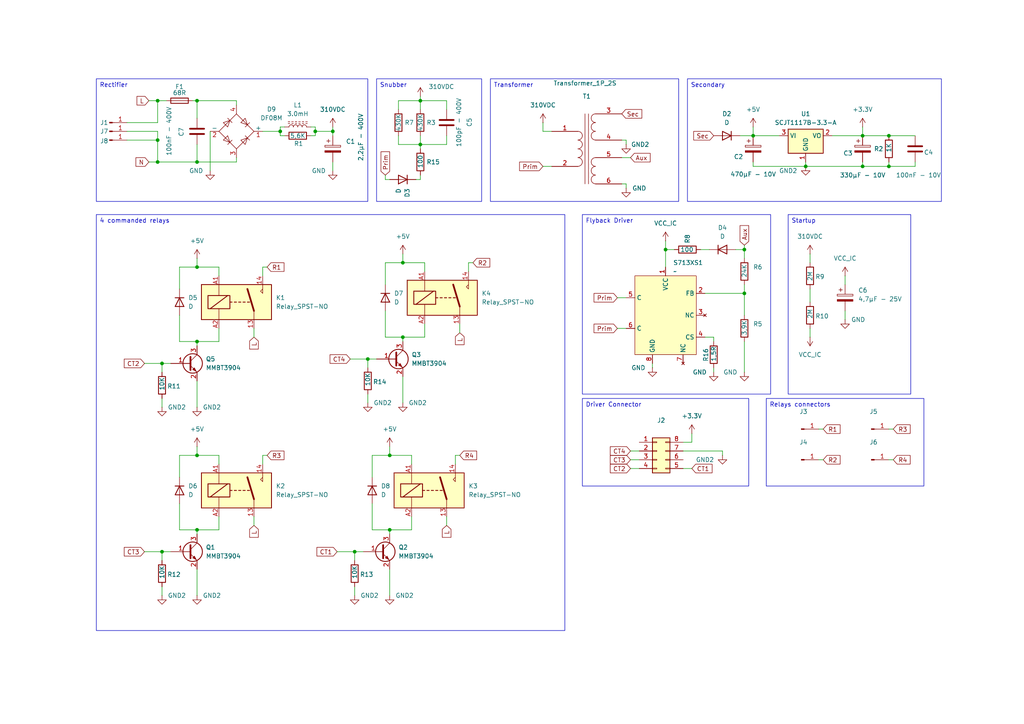
<source format=kicad_sch>
(kicad_sch (version 20231120) (generator "eeschema") (generator_version "8.0")
  (paper "A4")
  (lib_symbols
    (symbol "Connector:Conn_01x01_Pin" (pin_names (offset 1.016) hide)
      (property "Reference" "J" (at 0 2.54 0))
      (property "Value" "Conn_01x01_Pin" (at 0 -2.54 0))
      (symbol "Conn_01x01_Pin_1_1"
        (pin passive line (at 5.08 0 180) (length 3.81) (name "Pin_1") (number "1"))
      )
    )
    (symbol "Connector_Generic:Conn_02x04_Counter_Clockwise" (pin_names (offset 1.016) hide)
      (property "Reference" "J" (at 1.27 5.08 0))
      (property "Value" "Conn_02x04_Counter_Clockwise" (at 1.27 -7.62 0))
      (symbol "Conn_02x04_Counter_Clockwise_1_1"
        (pin passive line (at -5.08 2.54 0) (length 3.81) (name "Pin_1") (number "1"))
        (pin passive line (at -5.08 0 0) (length 3.81) (name "Pin_2") (number "2"))
        (pin passive line (at -5.08 -2.54 0) (length 3.81) (name "Pin_3") (number "3"))
        (pin passive line (at -5.08 -5.08 0) (length 3.81) (name "Pin_4") (number "4"))
        (pin passive line (at 7.62 -5.08 180) (length 3.81) (name "Pin_5") (number "5"))
        (pin passive line (at 7.62 -2.54 180) (length 3.81) (name "Pin_6") (number "6"))
        (pin passive line (at 7.62 0 180) (length 3.81) (name "Pin_7") (number "7"))
        (pin passive line (at 7.62 2.54 180) (length 3.81) (name "Pin_8") (number "8"))
      )
    )
    (symbol "Device:C" (pin_numbers hide) (pin_names (offset 0.254))
      (property "Reference" "C" (at 0.635 2.54 0))
      (property "Value" "C" (at 0.635 -2.54 0))
      (symbol "C_1_1"
        (pin passive line (at 0 3.81 270) (length 2.794) (name "~") (number "1"))
        (pin passive line (at 0 -3.81 90) (length 2.794) (name "~") (number "2"))
      )
    )
    (symbol "Device:C_Polarized" (pin_numbers hide) (pin_names (offset 0.254))
      (property "Reference" "C" (at 0.635 2.54 0))
      (property "Value" "C_Polarized" (at 0.635 -2.54 0))
      (symbol "C_Polarized_1_1"
        (pin passive line (at 0 3.81 270) (length 2.794) (name "~") (number "1"))
        (pin passive line (at 0 -3.81 90) (length 2.794) (name "~") (number "2"))
      )
    )
    (symbol "Device:D" (pin_numbers hide) (pin_names (offset 1.016) hide)
      (property "Reference" "D" (at 0 2.54 0))
      (property "Value" "D" (at 0 -2.54 0))
      (symbol "D_1_1"
        (pin passive line (at -3.81 0 0) (length 2.54) (name "K") (number "1"))
        (pin passive line (at 3.81 0 180) (length 2.54) (name "A") (number "2"))
      )
    )
    (symbol "Device:Fuse" (pin_numbers hide) (pin_names (offset 0))
      (property "Reference" "F" (at 2.032 0 90))
      (property "Value" "Fuse" (at -1.905 0 90))
      (symbol "Fuse_1_1"
        (pin passive line (at 0 3.81 270) (length 1.27) (name "~") (number "1"))
        (pin passive line (at 0 -3.81 90) (length 1.27) (name "~") (number "2"))
      )
    )
    (symbol "Device:L_Ferrite" (pin_numbers hide) (pin_names (offset 1.016) hide)
      (property "Reference" "L" (at -1.27 0 90))
      (property "Value" "L_Ferrite" (at 2.794 0 90))
      (symbol "L_Ferrite_1_1"
        (pin passive line (at 0 3.81 270) (length 1.27) (name "1") (number "1"))
        (pin passive line (at 0 -3.81 90) (length 1.27) (name "2") (number "2"))
      )
    )
    (symbol "Device:R" (pin_numbers hide) (pin_names (offset 0))
      (property "Reference" "R" (at 2.032 0 90))
      (property "Value" "R" (at 0 0 90))
      (symbol "R_1_1"
        (pin passive line (at 0 3.81 270) (length 1.27) (name "~") (number "1"))
        (pin passive line (at 0 -3.81 90) (length 1.27) (name "~") (number "2"))
      )
    )
    (symbol "Device:Transformer_1P_2S" (pin_names (offset 1.016) hide)
      (property "Reference" "T" (at 0 12.7 0))
      (property "Value" "Transformer_1P_2S" (at 0 -12.7 0))
      (symbol "Transformer_1P_2S_1_1"
        (pin passive line (at -10.16 5.08 0) (length 7.62) (name "AA") (number "1"))
        (pin passive line (at -10.16 -5.08 0) (length 7.62) (name "AB") (number "2"))
        (pin passive line (at 10.16 10.16 180) (length 7.62) (name "SA") (number "3"))
        (pin passive line (at 10.16 2.54 180) (length 7.62) (name "SB") (number "4"))
        (pin passive line (at 10.16 -2.54 180) (length 7.62) (name "SC") (number "5"))
        (pin passive line (at 10.16 -10.16 180) (length 7.62) (name "SD") (number "6"))
      )
    )
    (symbol "Diode_Bridge:DF08M" (pin_names (offset 0))
      (property "Reference" "D" (at 2.54 6.985 0))
      (property "Value" "DF08M" (at 2.54 5.08 0))
      (symbol "DF08M_1_1"
        (pin passive line (at 7.62 0 180) (length 2.54) (name "+") (number "1"))
        (pin passive line (at -7.62 0 0) (length 2.54) (name "-") (number "2"))
        (pin passive line (at 0 -7.62 90) (length 2.54) (name "~") (number "3"))
        (pin passive line (at 0 7.62 270) (length 2.54) (name "~") (number "4"))
      )
    )
    (symbol "Regulator_Linear:AMS1117-3.3"
      (property "Reference" "U" (at -3.81 3.175 0))
      (property "Value" "AMS1117-3.3" (at 0 3.175 0))
      (symbol "AMS1117-3.3_1_1"
        (pin power_in line (at 0 -7.62 90) (length 2.54) (name "GND") (number "1"))
        (pin power_out line (at 7.62 0 180) (length 2.54) (name "VO") (number "2"))
        (pin power_in line (at -7.62 0 0) (length 2.54) (name "VI") (number "3"))
      )
    )
    (symbol "Relay:Relay_SPST-NO"
      (property "Reference" "K" (at 11.43 3.81 0))
      (property "Value" "Relay_SPST-NO" (at 11.43 1.27 0))
      (symbol "Relay_SPST-NO_1_1"
        (pin passive line (at 5.08 -7.62 90) (length 2.54) (name "~") (number "13"))
        (pin passive line (at 7.62 7.62 270) (length 2.54) (name "~") (number "14"))
        (pin passive line (at -5.08 7.62 270) (length 2.54) (name "~") (number "A1"))
        (pin passive line (at -5.08 -7.62 90) (length 2.54) (name "~") (number "A2"))
      )
    )
    (symbol "S7133S_1"
      (property "Reference" "S713XS" (at 5.334 13.462 0))
      (symbol "S7133S_1_1_1"
        (pin input line (at 0 13.97 270) (length 2.54) (name "VCC") (number "1"))
        (pin input line (at 11.43 6.35 180) (length 2.54) (name "FB") (number "2"))
        (pin no_connect line (at 11.43 0 180) (length 2.54) (name "NC") (number "3"))
        (pin input line (at 11.43 -6.35 180) (length 2.54) (name "CS") (number "4"))
        (pin input line (at -11.43 5.08 0) (length 2.54) (name "C") (number "5"))
        (pin input line (at -11.43 -3.81 0) (length 2.54) (name "C") (number "6"))
        (pin no_connect line (at 5.08 -13.97 90) (length 2.54) (name "NC") (number "7"))
        (pin input line (at -3.81 -13.97 90) (length 2.54) (name "GND") (number "8"))
      )
    )
    (symbol "Transistor_BJT:MMBT3904" (pin_names (offset 0) hide)
      (property "Reference" "Q" (at 5.08 1.905 0))
      (property "Value" "MMBT3904" (at 5.08 0 0))
      (symbol "MMBT3904_1_1"
        (pin input line (at -5.08 0 0) (length 5.715) (name "B") (number "1"))
        (pin passive line (at 2.54 -5.08 90) (length 2.54) (name "E") (number "2"))
        (pin passive line (at 2.54 5.08 270) (length 2.54) (name "C") (number "3"))
      )
    )
    (symbol "power:+3.3V" (power) (pin_numbers hide) (pin_names (offset 0) hide)
      (property "Value" "+3.3V" (at 0 3.556 0))
      (symbol "+3.3V_1_1"
        (pin power_in line (at 0 0 90) (length 0) (name "~") (number "1"))
      )
    )
    (symbol "power:+5V" (power) (pin_numbers hide) (pin_names (offset 0) hide)
      (property "Value" "+5V" (at 0 3.556 0))
      (symbol "+5V_1_1"
        (pin power_in line (at 0 0 90) (length 0) (name "~") (number "1"))
      )
    )
    (symbol "power:GND" (power) (pin_numbers hide) (pin_names (offset 0) hide)
      (property "Value" "GND" (at 0 -3.81 0))
      (symbol "GND_1_1"
        (pin power_in line (at 0 0 270) (length 0) (name "~") (number "1"))
      )
    )
    (symbol "power:GND2" (power) (pin_numbers hide) (pin_names (offset 0) hide)
      (property "Value" "GND2" (at 0 -3.81 0))
      (symbol "GND2_1_1"
        (pin power_in line (at 0 0 270) (length 0) (name "~") (number "1"))
      )
    )
    (symbol "power:VCC" (power) (pin_numbers hide) (pin_names (offset 0) hide)
      (property "Value" "VCC" (at 0 3.556 0))
      (symbol "VCC_1_1"
        (pin power_in line (at 0 0 90) (length 0) (name "~") (number "1"))
      )
    )
  )
  (junction (at 46.99 160.02))
  (junction (at 96.52 38.1))
  (junction (at 45.72 46.99))
  (junction (at 113.03 153.67))
  (junction (at 81.28 38.1))
  (junction (at 116.84 76.2))
  (junction (at 215.9 85.09))
  (junction (at 106.68 104.14))
  (junction (at 45.72 40.64))
  (junction (at 257.81 39.37))
  (junction (at 57.15 153.67))
  (junction (at 46.99 105.41))
  (junction (at 116.84 97.79))
  (junction (at 233.68 48.26))
  (junction (at 250.19 39.37))
  (junction (at 193.04 72.39))
  (junction (at 121.92 41.91))
  (junction (at 102.87 160.02))
  (junction (at 113.03 132.08))
  (junction (at 45.72 29.21))
  (junction (at 250.19 48.26))
  (junction (at 57.15 132.08))
  (junction (at 57.15 99.06))
  (junction (at 91.44 38.1))
  (junction (at 57.15 77.47))
  (junction (at 57.15 29.21))
  (junction (at 218.44 39.37))
  (junction (at 215.9 72.39))
  (junction (at 121.92 29.21))
  (junction (at 57.15 46.99))
  (junction (at 257.81 48.26))
  (wire (pts (xy 81.28 38.1) (xy 81.28 39.37)))
  (wire (pts (xy 218.44 36.83) (xy 218.44 39.37)))
  (wire (pts (xy 43.18 46.99) (xy 45.72 46.99)))
  (wire (pts (xy 179.07 86.36) (xy 181.61 86.36)))
  (wire (pts (xy 76.2 77.47) (xy 77.47 77.47)))
  (wire (pts (xy 76.2 134.62) (xy 76.2 132.08)))
  (wire (pts (xy 116.84 73.66) (xy 116.84 76.2)))
  (wire (pts (xy 52.07 83.82) (xy 52.07 77.47)))
  (wire (pts (xy 234.95 95.25) (xy 234.95 97.79)))
  (wire (pts (xy 46.99 162.56) (xy 46.99 160.02)))
  (wire (pts (xy 129.54 29.21) (xy 129.54 31.75)))
  (wire (pts (xy 200.66 125.73) (xy 200.66 128.27)))
  (wire (pts (xy 250.19 36.83) (xy 250.19 39.37)))
  (wire (pts (xy 121.92 41.91) (xy 115.57 41.91)))
  (wire (pts (xy 102.87 162.56) (xy 102.87 160.02)))
  (wire (pts (xy 46.99 107.95) (xy 46.99 105.41)))
  (wire (pts (xy 57.15 74.93) (xy 57.15 77.47)))
  (wire (pts (xy 46.99 105.41) (xy 49.53 105.41)))
  (wire (pts (xy 63.5 149.86) (xy 63.5 153.67)))
  (wire (pts (xy 203.2 72.39) (xy 205.74 72.39)))
  (wire (pts (xy 265.43 48.26) (xy 265.43 46.99)))
  (wire (pts (xy 121.92 50.8) (xy 121.92 52.07)))
  (wire (pts (xy 63.5 77.47) (xy 63.5 80.01)))
  (wire (pts (xy 102.87 170.18) (xy 102.87 172.72)))
  (wire (pts (xy 257.81 48.26) (xy 257.81 46.99)))
  (wire (pts (xy 113.03 153.67) (xy 113.03 154.94)))
  (wire (pts (xy 215.9 85.09) (xy 215.9 91.44)))
  (wire (pts (xy 102.87 160.02) (xy 105.41 160.02)))
  (wire (pts (xy 63.5 95.25) (xy 63.5 99.06)))
  (wire (pts (xy 234.95 83.82) (xy 234.95 87.63)))
  (wire (pts (xy 180.34 53.34) (xy 181.61 53.34)))
  (wire (pts (xy 123.19 97.79) (xy 116.84 97.79)))
  (wire (pts (xy 218.44 48.26) (xy 218.44 46.99)))
  (wire (pts (xy 45.72 29.21) (xy 45.72 35.56)))
  (wire (pts (xy 52.07 153.67) (xy 52.07 146.05)))
  (wire (pts (xy 36.83 35.56) (xy 45.72 35.56)))
  (wire (pts (xy 68.58 29.21) (xy 68.58 30.48)))
  (wire (pts (xy 189.23 105.41) (xy 189.23 106.68)))
  (wire (pts (xy 81.28 36.83) (xy 82.55 36.83)))
  (wire (pts (xy 207.01 106.68) (xy 207.01 107.95)))
  (wire (pts (xy 46.99 160.02) (xy 49.53 160.02)))
  (wire (pts (xy 237.49 124.46) (xy 238.76 124.46)))
  (wire (pts (xy 132.08 134.62) (xy 132.08 132.08)))
  (wire (pts (xy 182.88 135.89) (xy 185.42 135.89)))
  (wire (pts (xy 182.88 133.35) (xy 185.42 133.35)))
  (wire (pts (xy 113.03 165.1) (xy 113.03 172.72)))
  (wire (pts (xy 113.03 132.08) (xy 119.38 132.08)))
  (wire (pts (xy 107.95 153.67) (xy 107.95 146.05)))
  (wire (pts (xy 111.76 82.55) (xy 111.76 76.2)))
  (wire (pts (xy 245.11 80.01) (xy 245.11 82.55)))
  (wire (pts (xy 52.07 138.43) (xy 52.07 132.08)))
  (wire (pts (xy 116.84 109.22) (xy 116.84 116.84)))
  (wire (pts (xy 106.68 104.14) (xy 109.22 104.14)))
  (wire (pts (xy 135.89 78.74) (xy 135.89 76.2)))
  (wire (pts (xy 218.44 39.37) (xy 226.06 39.37)))
  (wire (pts (xy 76.2 80.01) (xy 76.2 77.47)))
  (wire (pts (xy 215.9 72.39) (xy 215.9 74.93)))
  (wire (pts (xy 43.18 29.21) (xy 45.72 29.21)))
  (wire (pts (xy 121.92 31.75) (xy 121.92 29.21)))
  (wire (pts (xy 91.44 39.37) (xy 90.17 39.37)))
  (wire (pts (xy 215.9 99.06) (xy 215.9 107.95)))
  (wire (pts (xy 91.44 38.1) (xy 96.52 38.1)))
  (wire (pts (xy 116.84 76.2) (xy 123.19 76.2)))
  (wire (pts (xy 91.44 36.83) (xy 91.44 38.1)))
  (wire (pts (xy 193.04 72.39) (xy 193.04 77.47)))
  (wire (pts (xy 250.19 39.37) (xy 257.81 39.37)))
  (wire (pts (xy 106.68 114.3) (xy 106.68 116.84)))
  (wire (pts (xy 90.17 36.83) (xy 91.44 36.83)))
  (wire (pts (xy 107.95 138.43) (xy 107.95 132.08)))
  (wire (pts (xy 204.47 97.79) (xy 207.01 97.79)))
  (wire (pts (xy 215.9 82.55) (xy 215.9 85.09)))
  (wire (pts (xy 193.04 72.39) (xy 195.58 72.39)))
  (wire (pts (xy 257.81 48.26) (xy 265.43 48.26)))
  (wire (pts (xy 119.38 149.86) (xy 119.38 153.67)))
  (wire (pts (xy 129.54 149.86) (xy 129.54 152.4)))
  (wire (pts (xy 121.92 27.94) (xy 121.92 29.21)))
  (wire (pts (xy 45.72 38.1) (xy 45.72 40.64)))
  (wire (pts (xy 179.07 95.25) (xy 181.61 95.25)))
  (wire (pts (xy 209.55 130.81) (xy 209.55 132.08)))
  (wire (pts (xy 116.84 97.79) (xy 111.76 97.79)))
  (wire (pts (xy 73.66 95.25) (xy 73.66 97.79)))
  (wire (pts (xy 63.5 99.06) (xy 57.15 99.06)))
  (wire (pts (xy 250.19 48.26) (xy 257.81 48.26)))
  (wire (pts (xy 111.76 52.07) (xy 113.03 52.07)))
  (wire (pts (xy 213.36 72.39) (xy 215.9 72.39)))
  (wire (pts (xy 57.15 99.06) (xy 52.07 99.06)))
  (wire (pts (xy 57.15 132.08) (xy 63.5 132.08)))
  (wire (pts (xy 215.9 71.12) (xy 215.9 72.39)))
  (wire (pts (xy 198.12 135.89) (xy 200.66 135.89)))
  (wire (pts (xy 111.76 76.2) (xy 116.84 76.2)))
  (wire (pts (xy 257.81 39.37) (xy 265.43 39.37)))
  (wire (pts (xy 57.15 29.21) (xy 68.58 29.21)))
  (wire (pts (xy 132.08 132.08) (xy 133.35 132.08)))
  (wire (pts (xy 115.57 29.21) (xy 121.92 29.21)))
  (wire (pts (xy 121.92 41.91) (xy 129.54 41.91)))
  (wire (pts (xy 45.72 40.64) (xy 45.72 46.99)))
  (wire (pts (xy 237.49 133.35) (xy 238.76 133.35)))
  (wire (pts (xy 57.15 153.67) (xy 57.15 154.94)))
  (wire (pts (xy 68.58 46.99) (xy 68.58 45.72)))
  (wire (pts (xy 157.48 48.26) (xy 160.02 48.26)))
  (wire (pts (xy 36.83 40.64) (xy 45.72 40.64)))
  (wire (pts (xy 111.76 97.79) (xy 111.76 90.17)))
  (wire (pts (xy 113.03 129.54) (xy 113.03 132.08)))
  (wire (pts (xy 121.92 39.37) (xy 121.92 41.91)))
  (wire (pts (xy 76.2 38.1) (xy 81.28 38.1)))
  (wire (pts (xy 52.07 132.08) (xy 57.15 132.08)))
  (wire (pts (xy 129.54 39.37) (xy 129.54 41.91)))
  (wire (pts (xy 241.3 39.37) (xy 250.19 39.37)))
  (wire (pts (xy 111.76 52.07) (xy 111.76 50.8)))
  (wire (pts (xy 115.57 31.75) (xy 115.57 29.21)))
  (wire (pts (xy 101.6 104.14) (xy 106.68 104.14)))
  (wire (pts (xy 214.63 39.37) (xy 218.44 39.37)))
  (wire (pts (xy 250.19 48.26) (xy 250.19 46.99)))
  (wire (pts (xy 198.12 130.81) (xy 209.55 130.81)))
  (wire (pts (xy 233.68 48.26) (xy 250.19 48.26)))
  (wire (pts (xy 121.92 52.07) (xy 120.65 52.07)))
  (wire (pts (xy 157.48 35.56) (xy 157.48 38.1)))
  (wire (pts (xy 106.68 106.68) (xy 106.68 104.14)))
  (wire (pts (xy 119.38 132.08) (xy 119.38 134.62)))
  (wire (pts (xy 48.26 29.21) (xy 45.72 29.21)))
  (wire (pts (xy 157.48 38.1) (xy 160.02 38.1)))
  (wire (pts (xy 182.88 130.81) (xy 185.42 130.81)))
  (wire (pts (xy 207.01 97.79) (xy 207.01 99.06)))
  (wire (pts (xy 96.52 39.37) (xy 96.52 38.1)))
  (wire (pts (xy 55.88 29.21) (xy 57.15 29.21)))
  (wire (pts (xy 57.15 29.21) (xy 57.15 34.29)))
  (wire (pts (xy 257.81 133.35) (xy 259.08 133.35)))
  (wire (pts (xy 57.15 153.67) (xy 52.07 153.67)))
  (wire (pts (xy 218.44 48.26) (xy 233.68 48.26)))
  (wire (pts (xy 46.99 170.18) (xy 46.99 172.72)))
  (wire (pts (xy 96.52 36.83) (xy 96.52 38.1)))
  (wire (pts (xy 233.68 48.26) (xy 233.68 46.99)))
  (wire (pts (xy 200.66 128.27) (xy 198.12 128.27)))
  (wire (pts (xy 181.61 53.34) (xy 181.61 54.61)))
  (wire (pts (xy 36.83 38.1) (xy 45.72 38.1)))
  (wire (pts (xy 52.07 77.47) (xy 57.15 77.47)))
  (wire (pts (xy 46.99 115.57) (xy 46.99 118.11)))
  (wire (pts (xy 57.15 77.47) (xy 63.5 77.47)))
  (wire (pts (xy 57.15 41.91) (xy 57.15 46.99)))
  (wire (pts (xy 96.52 49.53) (xy 96.52 46.99)))
  (wire (pts (xy 97.79 160.02) (xy 102.87 160.02)))
  (wire (pts (xy 57.15 99.06) (xy 57.15 100.33)))
  (wire (pts (xy 57.15 165.1) (xy 57.15 172.72)))
  (wire (pts (xy 121.92 41.91) (xy 121.92 43.18)))
  (wire (pts (xy 41.91 160.02) (xy 46.99 160.02)))
  (wire (pts (xy 123.19 93.98) (xy 123.19 97.79)))
  (wire (pts (xy 133.35 93.98) (xy 133.35 96.52)))
  (wire (pts (xy 81.28 38.1) (xy 81.28 36.83)))
  (wire (pts (xy 115.57 41.91) (xy 115.57 39.37)))
  (wire (pts (xy 91.44 38.1) (xy 91.44 39.37)))
  (wire (pts (xy 204.47 85.09) (xy 215.9 85.09)))
  (wire (pts (xy 113.03 153.67) (xy 107.95 153.67)))
  (wire (pts (xy 181.61 40.64) (xy 181.61 41.91)))
  (wire (pts (xy 52.07 99.06) (xy 52.07 91.44)))
  (wire (pts (xy 180.34 40.64) (xy 181.61 40.64)))
  (wire (pts (xy 76.2 132.08) (xy 77.47 132.08)))
  (wire (pts (xy 45.72 46.99) (xy 57.15 46.99)))
  (wire (pts (xy 57.15 46.99) (xy 68.58 46.99)))
  (wire (pts (xy 116.84 97.79) (xy 116.84 99.06)))
  (wire (pts (xy 119.38 153.67) (xy 113.03 153.67)))
  (wire (pts (xy 193.04 69.85) (xy 193.04 72.39)))
  (wire (pts (xy 123.19 76.2) (xy 123.19 78.74)))
  (wire (pts (xy 180.34 45.72) (xy 182.88 45.72)))
  (wire (pts (xy 135.89 76.2) (xy 137.16 76.2)))
  (wire (pts (xy 257.81 124.46) (xy 259.08 124.46)))
  (wire (pts (xy 41.91 105.41) (xy 46.99 105.41)))
  (wire (pts (xy 57.15 129.54) (xy 57.15 132.08)))
  (wire (pts (xy 60.96 49.53) (xy 60.96 38.1)))
  (wire (pts (xy 82.55 39.37) (xy 81.28 39.37)))
  (wire (pts (xy 63.5 132.08) (xy 63.5 134.62)))
  (wire (pts (xy 107.95 132.08) (xy 113.03 132.08)))
  (wire (pts (xy 234.95 73.66) (xy 234.95 76.2)))
  (wire (pts (xy 63.5 153.67) (xy 57.15 153.67)))
  (wire (pts (xy 245.11 90.17) (xy 245.11 92.71)))
  (wire (pts (xy 121.92 29.21) (xy 129.54 29.21)))
  (wire (pts (xy 57.15 110.49) (xy 57.15 118.11)))
  (wire (pts (xy 73.66 149.86) (xy 73.66 152.4)))
  (text_box "Transformer" (at 142.24 22.86 0) (size 54.61 35.56) (effects (font (size 1.27 1.27)) (justify left top)))
  (text_box "Snubber\n" (at 109.22 22.86 0) (size 30.48 35.56) (effects (font (size 1.27 1.27)) (justify left top)))
  (text_box "Startup\n" (at 228.6 62.23 0) (size 35.56 52.07) (effects (font (size 1.27 1.27)) (justify left top)))
  (text_box "4 commanded relays\n" (at 27.94 62.23 0) (size 135.89 120.65) (effects (font (size 1.27 1.27)) (justify left top)))
  (text_box "Relays connectors\n" (at 222.25 115.57 0) (size 45.72 25.4) (effects (font (size 1.27 1.27)) (justify left top)))
  (text_box "Driver Connector\n" (at 168.91 115.57 0) (size 48.26 25.4) (effects (font (size 1.27 1.27)) (justify left top)))
  (text_box "Rectifier\n" (at 27.94 22.86 0) (size 78.74 35.56) (effects (font (size 1.27 1.27)) (justify left top)))
  (text_box "Secondary\n" (at 199.39 22.86 0) (size 73.66 35.56) (effects (font (size 1.27 1.27)) (justify left top)))
  (text_box "Flyback Driver\n" (at 168.91 62.23 0) (size 54.61 52.07) (effects (font (size 1.27 1.27)) (justify left top)))
  (global_label "CT2" (shape input) (at 182.88 135.89 180) (property "Intersheetrefs" "${INTERSHEET_REFS}" (effects (hide yes))))
  (global_label "Aux" (shape input) (at 215.9 71.12 90) (property "Intersheetrefs" "${INTERSHEET_REFS}" (effects (hide yes))))
  (global_label "R1" (shape input) (at 77.47 77.47 0) (property "Intersheetrefs" "${INTERSHEET_REFS}" (effects (hide yes))))
  (global_label "L" (shape input) (at 43.18 29.21 180) (property "Intersheetrefs" "${INTERSHEET_REFS}" (effects (hide yes))))
  (global_label "Prim" (shape input) (at 179.07 95.25 180) (property "Intersheetrefs" "${INTERSHEET_REFS}" (effects (hide yes))))
  (global_label "L" (shape input) (at 73.66 152.4 270) (property "Intersheetrefs" "${INTERSHEET_REFS}" (effects (hide yes))))
  (global_label "Prim" (shape input) (at 111.76 50.8 90) (property "Intersheetrefs" "${INTERSHEET_REFS}" (effects (hide yes))))
  (global_label "N" (shape input) (at 43.18 46.99 180) (property "Intersheetrefs" "${INTERSHEET_REFS}" (effects (hide yes))))
  (global_label "R1" (shape input) (at 238.76 124.46 0) (property "Intersheetrefs" "${INTERSHEET_REFS}" (effects (hide yes))))
  (global_label "L" (shape input) (at 73.66 97.79 270) (property "Intersheetrefs" "${INTERSHEET_REFS}" (effects (hide yes))))
  (global_label "CT1" (shape input) (at 200.66 135.89 0) (property "Intersheetrefs" "${INTERSHEET_REFS}" (effects (hide yes))))
  (global_label "R4" (shape input) (at 133.35 132.08 0) (property "Intersheetrefs" "${INTERSHEET_REFS}" (effects (hide yes))))
  (global_label "Aux" (shape input) (at 182.88 45.72 0) (property "Intersheetrefs" "${INTERSHEET_REFS}" (effects (hide yes))))
  (global_label "R2" (shape input) (at 137.16 76.2 0) (property "Intersheetrefs" "${INTERSHEET_REFS}" (effects (hide yes))))
  (global_label "R3" (shape input) (at 259.08 124.46 0) (property "Intersheetrefs" "${INTERSHEET_REFS}" (effects (hide yes))))
  (global_label "CT2" (shape input) (at 41.91 105.41 180) (property "Intersheetrefs" "${INTERSHEET_REFS}" (effects (hide yes))))
  (global_label "CT4" (shape input) (at 182.88 130.81 180) (property "Intersheetrefs" "${INTERSHEET_REFS}" (effects (hide yes))))
  (global_label "L" (shape input) (at 133.35 96.52 270) (property "Intersheetrefs" "${INTERSHEET_REFS}" (effects (hide yes))))
  (global_label "R2" (shape input) (at 238.76 133.35 0) (property "Intersheetrefs" "${INTERSHEET_REFS}" (effects (hide yes))))
  (global_label "Prim" (shape input) (at 157.48 48.26 180) (property "Intersheetrefs" "${INTERSHEET_REFS}" (effects (hide yes))))
  (global_label "R4" (shape input) (at 259.08 133.35 0) (property "Intersheetrefs" "${INTERSHEET_REFS}" (effects (hide yes))))
  (global_label "Sec" (shape input) (at 180.34 33.02 0) (property "Intersheetrefs" "${INTERSHEET_REFS}" (effects (hide yes))))
  (global_label "R3" (shape input) (at 77.47 132.08 0) (property "Intersheetrefs" "${INTERSHEET_REFS}" (effects (hide yes))))
  (global_label "CT4" (shape input) (at 101.6 104.14 180) (property "Intersheetrefs" "${INTERSHEET_REFS}" (effects (hide yes))))
  (global_label "Prim" (shape input) (at 179.07 86.36 180) (property "Intersheetrefs" "${INTERSHEET_REFS}" (effects (hide yes))))
  (global_label "CT1" (shape input) (at 97.79 160.02 180) (property "Intersheetrefs" "${INTERSHEET_REFS}" (effects (hide yes))))
  (global_label "CT3" (shape input) (at 182.88 133.35 180) (property "Intersheetrefs" "${INTERSHEET_REFS}" (effects (hide yes))))
  (global_label "L" (shape input) (at 129.54 152.4 270) (property "Intersheetrefs" "${INTERSHEET_REFS}" (effects (hide yes))))
  (global_label "CT3" (shape input) (at 41.91 160.02 180) (property "Intersheetrefs" "${INTERSHEET_REFS}" (effects (hide yes))))
  (global_label "Sec" (shape input) (at 207.01 39.37 180) (property "Intersheetrefs" "${INTERSHEET_REFS}" (effects (hide yes))))
  (symbol (lib_id "Device:D") (at 111.76 86.36 270) (unit 1)
    (property "Reference" "D7" (at 114.3 85.0899 90) (effects (justify left)))
    (property "Value" "D" (at 114.3 87.6299 90) (effects (justify left)))
    (property "Footprint" "Diode_SMD:D_SOD-123" (effects (hide yes)))
    (property "Description" "Diode" (effects (hide yes)))
    (property "Sim.Device" "D" (effects (hide yes)))
    (property "Sim.Pins" "1=K 2=A" (effects (hide yes)))
  )
  (symbol (lib_id "Device:C") (at 265.43 43.18 0) (unit 1)
    (property "Reference" "C4" (at 267.97 44.196 0) (effects (justify left)))
    (property "Value" "100nF - 10V" (at 259.842 50.8 0) (effects (justify left)))
    (property "Footprint" "Capacitor_SMD:C_0805_2012Metric" (effects (hide yes)))
    (property "Description" "Unpolarized capacitor" (effects (hide yes)))
  )
  (symbol (lib_id "Relay:Relay_SPST-NO") (at 68.58 87.63 0) (unit 1)
    (property "Reference" "K1" (at 80.01 86.3599 0) (effects (justify left)))
    (property "Value" "Relay_SPST-NO" (at 80.01 88.8999 0) (effects (justify left)))
    (property "Footprint" "footprint:relay" (effects (hide yes)))
    (property "Description" "Relay SPST, Normally Open, EN50005" (effects (hide yes)))
  )
  (symbol (lib_id "power:GND") (at 207.01 107.95 0) (unit 1)
    (property "Reference" "#PWR013" (effects (hide yes)))
    (property "Value" "GND" (at 202.946 107.95 0))
    (property "Description" "Power symbol creates a global label with name \"GND\" , ground" (effects (hide yes)))
  )
  (symbol (lib_id "Device:C_Polarized") (at 96.52 43.18 0) (unit 1)
    (property "Reference" "C1" (at 100.33 41.0209 0) (effects (justify left)))
    (property "Value" "2,2µF - 400V" (at 104.648 46.736 90) (effects (justify left)))
    (property "Footprint" "Capacitor_THT:CP_Radial_D8.0mm_P3.50mm" (effects (hide yes)))
    (property "Description" "Polarized capacitor" (effects (hide yes)))
  )
  (symbol (lib_id "power:GND2") (at 57.15 172.72 0) (unit 1)
    (property "Reference" "#PWR025" (effects (hide yes)))
    (property "Value" "GND2" (at 61.468 172.72 0))
    (property "Description" "Power symbol creates a global label with name \"GND2\" , ground" (effects (hide yes)))
  )
  (symbol (lib_id "power:VCC") (at 245.11 80.01 0) (unit 1)
    (property "Reference" "#PWR017" (effects (hide yes)))
    (property "Value" "VCC_IC" (at 245.11 74.93 0))
    (property "Description" "Power symbol creates a global label with name \"VCC\"" (effects (hide yes)))
  )
  (symbol (lib_id "Device:R") (at 46.99 166.37 0) (unit 1)
    (property "Reference" "R12" (at 48.514 166.624 0) (effects (justify left)))
    (property "Value" "10K" (at 46.99 167.894 90) (effects (justify left)))
    (property "Footprint" "Resistor_SMD:R_0805_2012Metric" (effects (hide yes)))
    (property "Description" "Resistor" (effects (hide yes)))
  )
  (symbol (lib_id "Device:D") (at 210.82 39.37 180) (unit 1)
    (property "Reference" "D2" (at 210.82 33.02 0))
    (property "Value" "D" (at 210.82 35.56 0))
    (property "Footprint" "Diode_SMD:D_SMA" (effects (hide yes)))
    (property "Description" "Diode" (effects (hide yes)))
    (property "Sim.Device" "D" (effects (hide yes)))
    (property "Sim.Pins" "1=K 2=A" (effects (hide yes)))
  )
  (symbol (lib_id "Device:C_Polarized") (at 218.44 43.18 0) (unit 1)
    (property "Reference" "C2" (at 212.852 45.466 0) (effects (justify left)))
    (property "Value" "470µF - 10V" (at 211.836 50.546 0) (effects (justify left)))
    (property "Footprint" "Capacitor_THT:CP_Radial_D6.3mm_P2.50mm" (effects (hide yes)))
    (property "Description" "Polarized capacitor" (effects (hide yes)))
  )
  (symbol (lib_id "Device:R") (at 234.95 80.01 0) (unit 1)
    (property "Reference" "R9" (at 236.474 80.264 0) (effects (justify left)))
    (property "Value" "2M" (at 234.95 81.534 90) (effects (justify left)))
    (property "Footprint" "Resistor_SMD:R_1206_3216Metric" (effects (hide yes)))
    (property "Description" "Resistor" (effects (hide yes)))
  )
  (symbol (lib_id "Relay:Relay_SPST-NO") (at 68.58 142.24 0) (unit 1)
    (property "Reference" "K2" (at 80.01 140.9699 0) (effects (justify left)))
    (property "Value" "Relay_SPST-NO" (at 80.01 143.5099 0) (effects (justify left)))
    (property "Footprint" "footprint:relay" (effects (hide yes)))
    (property "Description" "Relay SPST, Normally Open, EN50005" (effects (hide yes)))
  )
  (symbol (lib_id "power:GND2") (at 46.99 118.11 0) (unit 1)
    (property "Reference" "#PWR020" (effects (hide yes)))
    (property "Value" "GND2" (at 51.308 118.11 0))
    (property "Description" "Power symbol creates a global label with name \"GND2\" , ground" (effects (hide yes)))
  )
  (symbol (lib_id "Connector:Conn_01x01_Pin") (at 31.75 35.56 0) (unit 1)
    (property "Reference" "J1" (at 30.226 35.56 0))
    (property "Value" "Conn_01x01_Pin" (effects (hide yes)))
    (property "Footprint" "footprint:power_connector" (effects (hide yes)))
    (property "Description" "Generic connector, single row, 01x01, script generated" (effects (hide yes)))
  )
  (symbol (lib_id "Device:R") (at 121.92 35.56 0) (unit 1)
    (property "Reference" "R3" (at 123.698 35.56 0) (effects (justify left)))
    (property "Value" "430K" (at 121.92 38.1 90) (effects (justify left)))
    (property "Footprint" "Resistor_SMD:R_1206_3216Metric" (effects (hide yes)))
    (property "Description" "Resistor" (effects (hide yes)))
  )
  (symbol (lib_id "Device:R") (at 106.68 110.49 0) (unit 1)
    (property "Reference" "R14" (at 108.204 110.744 0) (effects (justify left)))
    (property "Value" "10K" (at 106.68 112.014 90) (effects (justify left)))
    (property "Footprint" "Resistor_SMD:R_0805_2012Metric" (effects (hide yes)))
    (property "Description" "Resistor" (effects (hide yes)))
  )
  (symbol (lib_id "Device:C") (at 129.54 35.56 0) (unit 1)
    (property "Reference" "C5" (at 136.144 36.83 90) (effects (justify left)))
    (property "Value" "100pF - 400V" (at 133.096 42.672 90) (effects (justify left)))
    (property "Footprint" "Capacitor_SMD:C_1206_3216Metric" (effects (hide yes)))
    (property "Description" "Unpolarized capacitor" (effects (hide yes)))
  )
  (symbol (lib_id "Device:R") (at 46.99 111.76 0) (unit 1)
    (property "Reference" "R11" (at 48.514 112.014 0) (effects (justify left)))
    (property "Value" "10K" (at 46.99 113.284 90) (effects (justify left)))
    (property "Footprint" "Resistor_SMD:R_0805_2012Metric" (effects (hide yes)))
    (property "Description" "Resistor" (effects (hide yes)))
  )
  (symbol (lib_id "power:+5V") (at 57.15 129.54 0) (unit 1)
    (property "Reference" "#PWR024" (effects (hide yes)))
    (property "Value" "+5V" (at 57.15 124.46 0))
    (property "Description" "Power symbol creates a global label with name \"+5V\"" (effects (hide yes)))
  )
  (symbol (lib_id "Connector_Generic:Conn_02x04_Counter_Clockwise") (at 190.5 130.81 0) (unit 1)
    (property "Reference" "J2" (at 191.77 121.92 0))
    (property "Value" "Conn_02x04_Counter_Clockwise" (effects (hide yes)))
    (property "Footprint" "Connector_PinSocket_2.54mm:PinSocket_2x04_P2.54mm_Vertical" (effects (hide yes)))
    (property "Description" "Generic connector, double row, 02x04, counter clockwise pin numbering scheme (similar to DIP package numbering), script generated (kicad-library-utils/schlib/autogen/connector/)" (effects (hide yes)))
  )
  (symbol (lib_id "power:GND") (at 60.96 49.53 0) (unit 1)
    (property "Reference" "#PWR01" (effects (hide yes)))
    (property "Value" "GND" (at 56.896 49.53 0))
    (property "Description" "Power symbol creates a global label with name \"GND\" , ground" (effects (hide yes)))
  )
  (symbol (lib_id "Device:R") (at 115.57 35.56 0) (unit 1)
    (property "Reference" "R7" (at 117.348 35.56 0) (effects (justify left)))
    (property "Value" "430K" (at 115.57 38.1 90) (effects (justify left)))
    (property "Footprint" "Resistor_SMD:R_1206_3216Metric" (effects (hide yes)))
    (property "Description" "Resistor" (effects (hide yes)))
  )
  (symbol (lib_id "Transistor_BJT:MMBT3904") (at 54.61 105.41 0) (unit 1)
    (property "Reference" "Q5" (at 59.69 104.1399 0) (effects (justify left)))
    (property "Value" "MMBT3904" (at 59.69 106.6799 0) (effects (justify left)))
    (property "Footprint" "Package_TO_SOT_SMD:SOT-23" (effects (hide yes)))
    (property "Datasheet" "https://www.onsemi.com/pdf/datasheet/pzt3904-d.pdf" (effects (hide yes)))
    (property "Description" "0.2A Ic, 40V Vce, Small Signal NPN Transistor, SOT-23" (effects (hide yes)))
  )
  (symbol (lib_id "power:GND2") (at 233.68 48.26 0) (unit 1)
    (property "Reference" "#PWR06" (effects (hide yes)))
    (property "Value" "GND2" (at 228.6 49.53 0))
    (property "Description" "Power symbol creates a global label with name \"GND2\" , ground" (effects (hide yes)))
  )
  (symbol (lib_id "Device:C_Polarized") (at 250.19 43.18 0) (unit 1)
    (property "Reference" "C3" (at 244.602 44.45 0) (effects (justify left)))
    (property "Value" "330µF - 10V" (at 243.586 50.8 0) (effects (justify left)))
    (property "Footprint" "Capacitor_THT:CP_Radial_D6.3mm_P2.50mm" (effects (hide yes)))
    (property "Description" "Polarized capacitor" (effects (hide yes)))
  )
  (symbol (lib_id "Device:D") (at 116.84 52.07 180) (unit 1)
    (property "Reference" "D3" (at 118.1101 54.61 90) (effects (justify left)))
    (property "Value" "D" (at 115.5701 54.61 90) (effects (justify left)))
    (property "Footprint" "Diode_SMD:D_SMA" (effects (hide yes)))
    (property "Description" "Diode" (effects (hide yes)))
    (property "Sim.Device" "D" (effects (hide yes)))
    (property "Sim.Pins" "1=K 2=A" (effects (hide yes)))
  )
  (symbol (lib_id "Device:R") (at 86.36 39.37 270) (unit 1)
    (property "Reference" "R1" (at 86.614 41.656 90))
    (property "Value" "5,6K" (at 86.36 39.37 90))
    (property "Footprint" "Resistor_SMD:R_0805_2012Metric" (effects (hide yes)))
    (property "Description" "Resistor" (effects (hide yes)))
  )
  (symbol (lib_id "Device:R") (at 215.9 95.25 0) (unit 1)
    (property "Reference" "R5" (at 218.44 93.9799 0) (effects (justify left)))
    (property "Value" " 3,9K" (at 215.9 98.298 90) (effects (justify left)))
    (property "Footprint" "Resistor_SMD:R_0805_2012Metric" (effects (hide yes)))
    (property "Description" "Resistor" (effects (hide yes)))
  )
  (symbol (lib_id "Transistor_BJT:MMBT3904") (at 114.3 104.14 0) (unit 1)
    (property "Reference" "Q3" (at 119.38 102.8699 0) (effects (justify left)))
    (property "Value" "MMBT3904" (at 119.38 105.4099 0) (effects (justify left)))
    (property "Footprint" "Package_TO_SOT_SMD:SOT-23" (effects (hide yes)))
    (property "Datasheet" "https://www.onsemi.com/pdf/datasheet/pzt3904-d.pdf" (effects (hide yes)))
    (property "Description" "0.2A Ic, 40V Vce, Small Signal NPN Transistor, SOT-23" (effects (hide yes)))
  )
  (symbol (lib_id "power:GND") (at 189.23 106.68 0) (unit 1)
    (property "Reference" "#PWR011" (effects (hide yes)))
    (property "Value" "GND" (at 185.166 106.68 0))
    (property "Description" "Power symbol creates a global label with name \"GND\" , ground" (effects (hide yes)))
  )
  (symbol (lib_id "Connector:Conn_01x01_Pin") (at 232.41 124.46 0) (unit 1)
    (property "Reference" "J3" (at 233.045 119.38 0))
    (property "Value" "Conn_01x01_Pin" (effects (hide yes)))
    (property "Footprint" "footprint:power_connector" (effects (hide yes)))
    (property "Description" "Generic connector, single row, 01x01, script generated" (effects (hide yes)))
  )
  (symbol (lib_id "power:VCC") (at 96.52 36.83 0) (unit 1)
    (property "Reference" "#PWR03" (effects (hide yes)))
    (property "Value" "310VDC" (at 96.52 31.75 0))
    (property "Description" "Power symbol creates a global label with name \"VCC\"" (effects (hide yes)))
  )
  (symbol (lib_id "Relay:Relay_SPST-NO") (at 124.46 142.24 0) (unit 1)
    (property "Reference" "K3" (at 135.89 140.9699 0) (effects (justify left)))
    (property "Value" "Relay_SPST-NO" (at 135.89 143.5099 0) (effects (justify left)))
    (property "Footprint" "footprint:relay" (effects (hide yes)))
    (property "Description" "Relay SPST, Normally Open, EN50005" (effects (hide yes)))
  )
  (symbol (lib_id "power:+5V") (at 218.44 36.83 0) (unit 1)
    (property "Reference" "#PWR04" (effects (hide yes)))
    (property "Value" "+5V" (at 218.44 31.75 0))
    (property "Description" "Power symbol creates a global label with name \"+5V\"" (effects (hide yes)))
  )
  (symbol (lib_id "Connector:Conn_01x01_Pin") (at 232.41 133.35 0) (unit 1)
    (property "Reference" "J4" (at 233.045 128.27 0))
    (property "Value" "Conn_01x01_Pin" (effects (hide yes)))
    (property "Footprint" "footprint:power_connector" (effects (hide yes)))
    (property "Description" "Generic connector, single row, 01x01, script generated" (effects (hide yes)))
  )
  (symbol (lib_id "power:GND") (at 245.11 92.71 0) (unit 1)
    (property "Reference" "#PWR018" (effects (hide yes)))
    (property "Value" "GND" (at 248.92 92.71 0))
    (property "Description" "Power symbol creates a global label with name \"GND\" , ground" (effects (hide yes)))
  )
  (symbol (lib_id "power:VCC") (at 157.48 35.56 0) (unit 1)
    (property "Reference" "#PWR08" (effects (hide yes)))
    (property "Value" "310VDC" (at 157.48 30.48 0))
    (property "Description" "Power symbol creates a global label with name \"VCC\"" (effects (hide yes)))
  )
  (symbol (lib_id "power:GND2") (at 46.99 172.72 0) (unit 1)
    (property "Reference" "#PWR021" (effects (hide yes)))
    (property "Value" "GND2" (at 51.308 172.72 0))
    (property "Description" "Power symbol creates a global label with name \"GND2\" , ground" (effects (hide yes)))
  )
  (symbol (lib_id "power:GND2") (at 116.84 116.84 0) (unit 1)
    (property "Reference" "#PWR031" (effects (hide yes)))
    (property "Value" "GND2" (at 121.158 116.84 0))
    (property "Description" "Power symbol creates a global label with name \"GND2\" , ground" (effects (hide yes)))
  )
  (symbol (lib_id "power:GND") (at 96.52 49.53 0) (unit 1)
    (property "Reference" "#PWR02" (effects (hide yes)))
    (property "Value" "GND" (at 92.456 49.53 0))
    (property "Description" "Power symbol creates a global label with name \"GND\" , ground" (effects (hide yes)))
  )
  (symbol (lib_id "power:GND2") (at 181.61 41.91 0) (unit 1)
    (property "Reference" "#PWR010" (effects (hide yes)))
    (property "Value" "GND2" (at 185.674 41.91 0))
    (property "Description" "Power symbol creates a global label with name \"GND2\" , ground" (effects (hide yes)))
  )
  (symbol (lib_id "power:VCC") (at 193.04 69.85 0) (unit 1)
    (property "Reference" "#PWR012" (effects (hide yes)))
    (property "Value" "VCC_IC" (at 193.04 64.77 0))
    (property "Description" "Power symbol creates a global label with name \"VCC\"" (effects (hide yes)))
  )
  (symbol (lib_id "Device:R") (at 257.81 43.18 0) (unit 1)
    (property "Reference" "R2" (at 253.492 43.18 0) (effects (justify left)))
    (property "Value" "1K" (at 257.81 44.196 90) (effects (justify left)))
    (property "Footprint" "Resistor_SMD:R_1206_3216Metric" (effects (hide yes)))
    (property "Description" "Resistor" (effects (hide yes)))
  )
  (symbol (lib_id "Device:R") (at 207.01 102.87 0) (unit 1)
    (property "Reference" "R16" (at 204.724 104.902 90) (effects (justify left)))
    (property "Value" "1,5R" (at 207.01 104.902 90) (effects (justify left)))
    (property "Footprint" "Resistor_SMD:R_1206_3216Metric" (effects (hide yes)))
    (property "Description" "Resistor" (effects (hide yes)))
  )
  (symbol (lib_id "Device:L_Ferrite") (at 86.36 36.83 90) (unit 1)
    (property "Reference" "L1" (at 86.36 30.48 90))
    (property "Value" "3.0mH" (at 86.36 33.02 90))
    (property "Footprint" "Inductor_THT:L_Radial_D7.5mm_P3.50mm_Fastron_07P" (effects (hide yes)))
    (property "Description" "Inductor with ferrite core" (effects (hide yes)))
  )
  (symbol (lib_id "Device:R") (at 199.39 72.39 90) (unit 1)
    (property "Reference" "R8" (at 199.39 70.612 0) (effects (justify left)))
    (property "Value" "100" (at 201.168 72.39 90) (effects (justify left)))
    (property "Footprint" "Resistor_SMD:R_0805_2012Metric" (effects (hide yes)))
    (property "Description" "Resistor" (effects (hide yes)))
  )
  (symbol (lib_id "power:VCC") (at 121.92 27.94 0) (unit 1)
    (property "Reference" "#PWR07" (effects (hide yes)))
    (property "Value" "310VDC" (at 128.016 25.146 0))
    (property "Description" "Power symbol creates a global label with name \"VCC\"" (effects (hide yes)))
  )
  (symbol (lib_id "Connector:Conn_01x01_Pin") (at 31.75 40.64 0) (unit 1)
    (property "Reference" "J8" (at 30.226 40.894 0))
    (property "Value" "Conn_01x01_Pin" (effects (hide yes)))
    (property "Footprint" "footprint:power_connector" (effects (hide yes)))
    (property "Description" "Generic connector, single row, 01x01, script generated" (effects (hide yes)))
  )
  (symbol (lib_id "power:+3.3V") (at 250.19 36.83 0) (unit 1)
    (property "Reference" "#PWR05" (effects (hide yes)))
    (property "Value" "+3.3V" (at 250.19 31.75 0))
    (property "Description" "Power symbol creates a global label with name \"+3.3V\"" (effects (hide yes)))
  )
  (symbol (lib_id "Regulator_Linear:AMS1117-3.3") (at 233.68 39.37 0) (unit 1)
    (property "Reference" "U1" (at 233.68 33.02 0))
    (property "Value" "SCJT1117B-3.3-A" (at 233.68 35.56 0))
    (property "Footprint" "Package_TO_SOT_SMD:SOT-223-3_TabPin2" (effects (hide yes)))
    (property "Datasheet" "http://www.advanced-monolithic.com/pdf/ds1117.pdf" (effects (hide yes)))
    (property "Description" "1A Low Dropout regulator, positive, 3.3V fixed output, SOT-223" (effects (hide yes)))
  )
  (symbol (lib_id "Device:C_Polarized") (at 245.11 86.36 0) (unit 1)
    (property "Reference" "C6" (at 248.92 84.2009 0) (effects (justify left)))
    (property "Value" "4,7µF - 25V" (at 248.92 86.7409 0) (effects (justify left)))
    (property "Footprint" "Capacitor_SMD:C_0805_2012Metric" (effects (hide yes)))
    (property "Description" "Polarized capacitor" (effects (hide yes)))
  )
  (symbol (lib_id "Device:D") (at 52.07 142.24 270) (unit 1)
    (property "Reference" "D6" (at 54.61 140.9699 90) (effects (justify left)))
    (property "Value" "D" (at 54.61 143.5099 90) (effects (justify left)))
    (property "Footprint" "Diode_SMD:D_SOD-123" (effects (hide yes)))
    (property "Description" "Diode" (effects (hide yes)))
    (property "Sim.Device" "D" (effects (hide yes)))
    (property "Sim.Pins" "1=K 2=A" (effects (hide yes)))
  )
  (symbol (lib_id "power:+3.3V") (at 200.66 125.73 0) (unit 1)
    (property "Reference" "#PWR032" (effects (hide yes)))
    (property "Value" "+3.3V" (at 200.66 120.65 0))
    (property "Description" "Power symbol creates a global label with name \"+3.3V\"" (effects (hide yes)))
  )
  (symbol (lib_id "power:VCC") (at 234.95 97.79 180) (unit 1)
    (property "Reference" "#PWR016" (effects (hide yes)))
    (property "Value" "VCC_IC" (at 234.95 102.87 0))
    (property "Description" "Power symbol creates a global label with name \"VCC\"" (effects (hide yes)))
  )
  (symbol (lib_id "power:GND2") (at 209.55 132.08 0) (unit 1)
    (property "Reference" "#PWR033" (effects (hide yes)))
    (property "Value" "GND2" (at 204.47 133.35 0))
    (property "Description" "Power symbol creates a global label with name \"GND2\" , ground" (effects (hide yes)))
  )
  (symbol (lib_id "Device:D") (at 209.55 72.39 0) (unit 1)
    (property "Reference" "D4" (at 209.55 66.04 0))
    (property "Value" "D" (at 209.55 68.58 0))
    (property "Footprint" "Diode_SMD:D_SMA" (effects (hide yes)))
    (property "Description" "Diode" (effects (hide yes)))
    (property "Sim.Device" "D" (effects (hide yes)))
    (property "Sim.Pins" "1=K 2=A" (effects (hide yes)))
  )
  (symbol (lib_id "power:GND2") (at 102.87 172.72 0) (unit 1)
    (property "Reference" "#PWR026" (effects (hide yes)))
    (property "Value" "GND2" (at 107.188 172.72 0))
    (property "Description" "Power symbol creates a global label with name \"GND2\" , ground" (effects (hide yes)))
  )
  (symbol (lib_id "Device:D") (at 52.07 87.63 270) (unit 1)
    (property "Reference" "D5" (at 54.61 86.3599 90) (effects (justify left)))
    (property "Value" "D" (at 54.61 88.8999 90) (effects (justify left)))
    (property "Footprint" "Diode_SMD:D_SOD-123" (effects (hide yes)))
    (property "Description" "Diode" (effects (hide yes)))
    (property "Sim.Device" "D" (effects (hide yes)))
    (property "Sim.Pins" "1=K 2=A" (effects (hide yes)))
  )
  (symbol (lib_id "Transistor_BJT:MMBT3904") (at 54.61 160.02 0) (unit 1)
    (property "Reference" "Q1" (at 59.69 158.7499 0) (effects (justify left)))
    (property "Value" "MMBT3904" (at 59.69 161.2899 0) (effects (justify left)))
    (property "Footprint" "Package_TO_SOT_SMD:SOT-23" (effects (hide yes)))
    (property "Datasheet" "https://www.onsemi.com/pdf/datasheet/pzt3904-d.pdf" (effects (hide yes)))
    (property "Description" "0.2A Ic, 40V Vce, Small Signal NPN Transistor, SOT-23" (effects (hide yes)))
  )
  (symbol (lib_id "power:GND2") (at 106.68 116.84 0) (unit 1)
    (property "Reference" "#PWR027" (effects (hide yes)))
    (property "Value" "GND2" (at 110.998 116.84 0))
    (property "Description" "Power symbol creates a global label with name \"GND2\" , ground" (effects (hide yes)))
  )
  (symbol (lib_id "power:GND2") (at 57.15 118.11 0) (unit 1)
    (property "Reference" "#PWR023" (effects (hide yes)))
    (property "Value" "GND2" (at 61.468 118.11 0))
    (property "Description" "Power symbol creates a global label with name \"GND2\" , ground" (effects (hide yes)))
  )
  (symbol (lib_id "Device:C") (at 57.15 38.1 0) (unit 1)
    (property "Reference" "C7" (at 52.578 39.624 90) (effects (justify left)))
    (property "Value" "100nF - 400V" (at 49.022 45.212 90) (effects (justify left)))
    (property "Footprint" "footprint:MKP-X2-100NR10310" (effects (hide yes)))
    (property "Description" "Unpolarized capacitor" (effects (hide yes)))
  )
  (symbol (lib_id "Device:D") (at 107.95 142.24 270) (unit 1)
    (property "Reference" "D8" (at 110.49 140.9699 90) (effects (justify left)))
    (property "Value" "D" (at 110.49 143.5099 90) (effects (justify left)))
    (property "Footprint" "Diode_SMD:D_SOD-123" (effects (hide yes)))
    (property "Description" "Diode" (effects (hide yes)))
    (property "Sim.Device" "D" (effects (hide yes)))
    (property "Sim.Pins" "1=K 2=A" (effects (hide yes)))
  )
  (symbol (lib_id "power:GND2") (at 113.03 172.72 0) (unit 1)
    (property "Reference" "#PWR029" (effects (hide yes)))
    (property "Value" "GND2" (at 117.348 172.72 0))
    (property "Description" "Power symbol creates a global label with name \"GND2\" , ground" (effects (hide yes)))
  )
  (symbol (lib_id "power:+5V") (at 57.15 74.93 0) (unit 1)
    (property "Reference" "#PWR022" (effects (hide yes)))
    (property "Value" "+5V" (at 57.15 69.85 0))
    (property "Description" "Power symbol creates a global label with name \"+5V\"" (effects (hide yes)))
  )
  (symbol (lib_id "power:VCC") (at 234.95 73.66 0) (unit 1)
    (property "Reference" "#PWR015" (effects (hide yes)))
    (property "Value" "310VDC" (at 234.95 68.58 0))
    (property "Description" "Power symbol creates a global label with name \"VCC\"" (effects (hide yes)))
  )
  (symbol (lib_id "Device:Fuse") (at 52.07 29.21 90) (unit 1)
    (property "Reference" "F1" (at 52.07 25.146 90))
    (property "Value" "68R" (at 52.07 26.924 90))
    (property "Footprint" "footprint:fuse" (effects (hide yes)))
    (property "Description" "Fuse" (effects (hide yes)))
  )
  (symbol (lib_id "power:GND") (at 215.9 107.95 0) (unit 1)
    (property "Reference" "#PWR014" (effects (hide yes)))
    (property "Value" "GND" (at 211.836 107.95 0))
    (property "Description" "Power symbol creates a global label with name \"GND\" , ground" (effects (hide yes)))
  )
  (symbol (lib_id "power:GND") (at 181.61 54.61 0) (unit 1)
    (property "Reference" "#PWR09" (effects (hide yes)))
    (property "Value" "GND" (at 185.42 54.61 0))
    (property "Description" "Power symbol creates a global label with name \"GND\" , ground" (effects (hide yes)))
  )
  (symbol (lib_id "power:+5V") (at 116.84 73.66 0) (unit 1)
    (property "Reference" "#PWR030" (effects (hide yes)))
    (property "Value" "+5V" (at 116.84 68.58 0))
    (property "Description" "Power symbol creates a global label with name \"+5V\"" (effects (hide yes)))
  )
  (symbol (lib_id "Connector:Conn_01x01_Pin") (at 252.73 124.46 0) (unit 1)
    (property "Reference" "J5" (at 253.365 119.38 0))
    (property "Value" "Conn_01x01_Pin" (effects (hide yes)))
    (property "Footprint" "footprint:power_connector" (effects (hide yes)))
    (property "Description" "Generic connector, single row, 01x01, script generated" (effects (hide yes)))
  )
  (symbol (lib_id "Device:R") (at 234.95 91.44 0) (unit 1)
    (property "Reference" "R10" (at 236.474 91.694 0) (effects (justify left)))
    (property "Value" "2M" (at 234.95 92.456 90) (effects (justify left)))
    (property "Footprint" "Resistor_SMD:R_1206_3216Metric" (effects (hide yes)))
    (property "Description" "Resistor" (effects (hide yes)))
  )
  (symbol (lib_id "power:+5V") (at 113.03 129.54 0) (unit 1)
    (property "Reference" "#PWR028" (effects (hide yes)))
    (property "Value" "+5V" (at 113.03 124.46 0))
    (property "Description" "Power symbol creates a global label with name \"+5V\"" (effects (hide yes)))
  )
  (symbol (lib_id "Device:R") (at 102.87 166.37 0) (unit 1)
    (property "Reference" "R13" (at 104.394 166.624 0) (effects (justify left)))
    (property "Value" "10K" (at 102.87 167.894 90) (effects (justify left)))
    (property "Footprint" "Resistor_SMD:R_0805_2012Metric" (effects (hide yes)))
    (property "Description" "Resistor" (effects (hide yes)))
  )
  (symbol (lib_id "Diode_Bridge:DF08M") (at 68.58 38.1 0) (unit 1)
    (property "Reference" "D9" (at 78.74 31.6798 0))
    (property "Value" "DF08M" (at 78.74 34.2198 0))
    (property "Footprint" "Diode_SMD:Diode_Bridge_Diotec_ABS" (effects (hide yes)))
    (property "Datasheet" "http://www.vishay.com/docs/88571/dfm.pdf" (effects (hide yes)))
    (property "Description" "Miniature Glass Passivated Single-Phase Bridge Rectifiers, 560V Vrms, 1.0A If, DIP-4" (effects (hide yes)))
  )
  (symbol (lib_name "S7133S_1") (lib_id "Library:S7133S") (at 193.04 91.44 0) (unit 1)
    (property "Reference" "S713XS1" (at 195.2341 76.2 0) (effects (justify left)))
    (property "Value" "~" (at 195.2341 78.74 0) (effects (justify left)))
    (property "Footprint" "Package_SO:SOP-8_3.9x4.9mm_P1.27mm" (effects (hide yes)))
  )
  (symbol (lib_id "Relay:Relay_SPST-NO") (at 128.27 86.36 0) (unit 1)
    (property "Reference" "K4" (at 139.7 85.0899 0) (effects (justify left)))
    (property "Value" "Relay_SPST-NO" (at 139.7 87.6299 0) (effects (justify left)))
    (property "Footprint" "footprint:relay" (effects (hide yes)))
    (property "Description" "Relay SPST, Normally Open, EN50005" (effects (hide yes)))
  )
  (symbol (lib_id "Transistor_BJT:MMBT3904") (at 110.49 160.02 0) (unit 1)
    (property "Reference" "Q2" (at 115.57 158.7499 0) (effects (justify left)))
    (property "Value" "MMBT3904" (at 115.57 161.2899 0) (effects (justify left)))
    (property "Footprint" "Package_TO_SOT_SMD:SOT-23" (effects (hide yes)))
    (property "Datasheet" "https://www.onsemi.com/pdf/datasheet/pzt3904-d.pdf" (effects (hide yes)))
    (property "Description" "0.2A Ic, 40V Vce, Small Signal NPN Transistor, SOT-23" (effects (hide yes)))
  )
  (symbol (lib_id "Connector:Conn_01x01_Pin") (at 31.75 38.1 0) (unit 1)
    (property "Reference" "J7" (at 30.226 38.1 0))
    (property "Value" "Conn_01x01_Pin" (effects (hide yes)))
    (property "Footprint" "footprint:power_connector" (effects (hide yes)))
    (property "Description" "Generic connector, single row, 01x01, script generated" (effects (hide yes)))
  )
  (symbol (lib_id "Device:R") (at 121.92 46.99 0) (unit 1)
    (property "Reference" "R15" (at 123.698 46.99 0) (effects (justify left)))
    (property "Value" "100" (at 121.92 48.768 90) (effects (justify left)))
    (property "Footprint" "Resistor_SMD:R_1206_3216Metric" (effects (hide yes)))
    (property "Description" "Resistor" (effects (hide yes)))
  )
  (symbol (lib_id "Device:R") (at 215.9 78.74 0) (unit 1)
    (property "Reference" "R6" (at 218.44 77.4699 0) (effects (justify left)))
    (property "Value" "24K" (at 215.9 80.518 90) (effects (justify left)))
    (property "Footprint" "Resistor_SMD:R_0805_2012Metric" (effects (hide yes)))
    (property "Description" "Resistor" (effects (hide yes)))
  )
  (symbol (lib_id "Connector:Conn_01x01_Pin") (at 252.73 133.35 0) (unit 1)
    (property "Reference" "J6" (at 253.365 128.27 0))
    (property "Value" "Conn_01x01_Pin" (effects (hide yes)))
    (property "Footprint" "footprint:power_connector" (effects (hide yes)))
    (property "Description" "Generic connector, single row, 01x01, script generated" (effects (hide yes)))
  )
  (symbol (lib_id "Device:Transformer_1P_2S") (at 170.18 43.18 0) (unit 1)
    (property "Reference" "T1" (at 170.18 27.94 0))
    (property "Value" "Transformer_1P_2S" (at 169.672 24.13 0))
    (property "Footprint" "footprint:transformer" (effects (hide yes)))
    (property "Description" "Transformer, single primary, dual secondary" (effects (hide yes)))
  )
)
</source>
